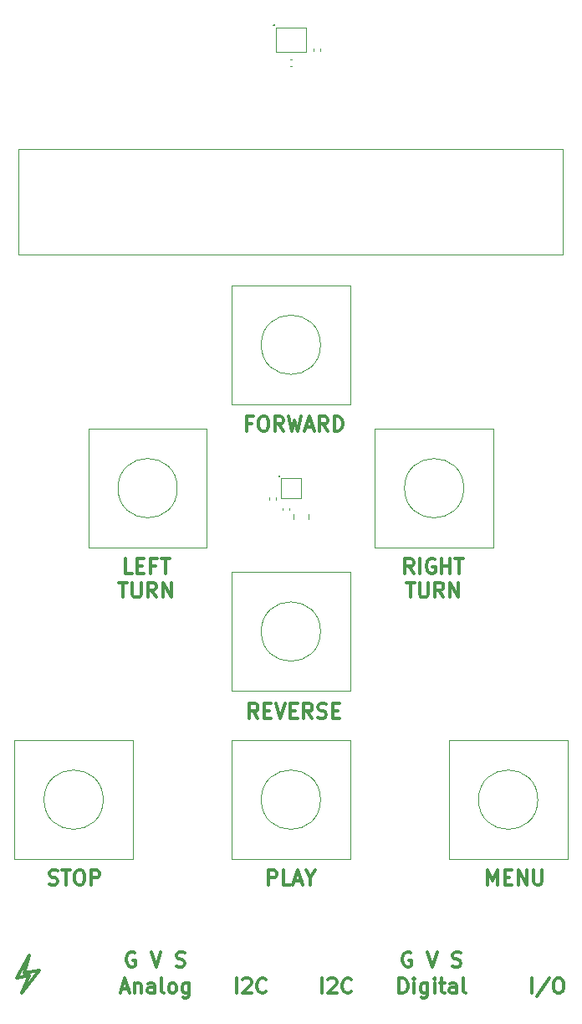
<source format=gbr>
%TF.GenerationSoftware,KiCad,Pcbnew,9.0.3*%
%TF.CreationDate,2025-08-22T11:29:55-04:00*%
%TF.ProjectId,roversa2,726f7665-7273-4613-922e-6b696361645f,rev?*%
%TF.SameCoordinates,Original*%
%TF.FileFunction,Legend,Top*%
%TF.FilePolarity,Positive*%
%FSLAX46Y46*%
G04 Gerber Fmt 4.6, Leading zero omitted, Abs format (unit mm)*
G04 Created by KiCad (PCBNEW 9.0.3) date 2025-08-22 11:29:55*
%MOMM*%
%LPD*%
G01*
G04 APERTURE LIST*
%ADD10C,0.300000*%
%ADD11C,0.150000*%
%ADD12C,0.100000*%
%ADD13C,0.120000*%
G04 APERTURE END LIST*
D10*
X74422000Y-145796000D02*
X72898000Y-146050000D01*
X73406000Y-144272000D02*
X72136000Y-146558000D01*
X72644000Y-148082000D02*
X74422000Y-145796000D01*
D11*
X98231000Y-50215800D02*
G75*
G02*
X98111000Y-50215800I-60000J0D01*
G01*
X98111000Y-50215800D02*
G75*
G02*
X98231000Y-50215800I60000J0D01*
G01*
D10*
X72898000Y-146050000D02*
X73406000Y-144272000D01*
D11*
X98739000Y-95834200D02*
G75*
G02*
X98619000Y-95834200I-60000J0D01*
G01*
X98619000Y-95834200D02*
G75*
G02*
X98739000Y-95834200I60000J0D01*
G01*
D10*
X73406000Y-146304000D02*
X72644000Y-148082000D01*
X72136000Y-146558000D02*
X73406000Y-146304000D01*
X94367510Y-148088828D02*
X94367510Y-146588828D01*
X95010368Y-146731685D02*
X95081796Y-146660257D01*
X95081796Y-146660257D02*
X95224654Y-146588828D01*
X95224654Y-146588828D02*
X95581796Y-146588828D01*
X95581796Y-146588828D02*
X95724654Y-146660257D01*
X95724654Y-146660257D02*
X95796082Y-146731685D01*
X95796082Y-146731685D02*
X95867511Y-146874542D01*
X95867511Y-146874542D02*
X95867511Y-147017400D01*
X95867511Y-147017400D02*
X95796082Y-147231685D01*
X95796082Y-147231685D02*
X94938939Y-148088828D01*
X94938939Y-148088828D02*
X95867511Y-148088828D01*
X97367510Y-147945971D02*
X97296082Y-148017400D01*
X97296082Y-148017400D02*
X97081796Y-148088828D01*
X97081796Y-148088828D02*
X96938939Y-148088828D01*
X96938939Y-148088828D02*
X96724653Y-148017400D01*
X96724653Y-148017400D02*
X96581796Y-147874542D01*
X96581796Y-147874542D02*
X96510367Y-147731685D01*
X96510367Y-147731685D02*
X96438939Y-147445971D01*
X96438939Y-147445971D02*
X96438939Y-147231685D01*
X96438939Y-147231685D02*
X96510367Y-146945971D01*
X96510367Y-146945971D02*
X96581796Y-146803114D01*
X96581796Y-146803114D02*
X96724653Y-146660257D01*
X96724653Y-146660257D02*
X96938939Y-146588828D01*
X96938939Y-146588828D02*
X97081796Y-146588828D01*
X97081796Y-146588828D02*
X97296082Y-146660257D01*
X97296082Y-146660257D02*
X97367510Y-146731685D01*
X112292999Y-105643912D02*
X111792999Y-104929626D01*
X111435856Y-105643912D02*
X111435856Y-104143912D01*
X111435856Y-104143912D02*
X112007285Y-104143912D01*
X112007285Y-104143912D02*
X112150142Y-104215341D01*
X112150142Y-104215341D02*
X112221571Y-104286769D01*
X112221571Y-104286769D02*
X112292999Y-104429626D01*
X112292999Y-104429626D02*
X112292999Y-104643912D01*
X112292999Y-104643912D02*
X112221571Y-104786769D01*
X112221571Y-104786769D02*
X112150142Y-104858198D01*
X112150142Y-104858198D02*
X112007285Y-104929626D01*
X112007285Y-104929626D02*
X111435856Y-104929626D01*
X112935856Y-105643912D02*
X112935856Y-104143912D01*
X114435857Y-104215341D02*
X114293000Y-104143912D01*
X114293000Y-104143912D02*
X114078714Y-104143912D01*
X114078714Y-104143912D02*
X113864428Y-104215341D01*
X113864428Y-104215341D02*
X113721571Y-104358198D01*
X113721571Y-104358198D02*
X113650142Y-104501055D01*
X113650142Y-104501055D02*
X113578714Y-104786769D01*
X113578714Y-104786769D02*
X113578714Y-105001055D01*
X113578714Y-105001055D02*
X113650142Y-105286769D01*
X113650142Y-105286769D02*
X113721571Y-105429626D01*
X113721571Y-105429626D02*
X113864428Y-105572484D01*
X113864428Y-105572484D02*
X114078714Y-105643912D01*
X114078714Y-105643912D02*
X114221571Y-105643912D01*
X114221571Y-105643912D02*
X114435857Y-105572484D01*
X114435857Y-105572484D02*
X114507285Y-105501055D01*
X114507285Y-105501055D02*
X114507285Y-105001055D01*
X114507285Y-105001055D02*
X114221571Y-105001055D01*
X115150142Y-105643912D02*
X115150142Y-104143912D01*
X115150142Y-104858198D02*
X116007285Y-104858198D01*
X116007285Y-105643912D02*
X116007285Y-104143912D01*
X116507286Y-104143912D02*
X117364429Y-104143912D01*
X116935857Y-105643912D02*
X116935857Y-104143912D01*
X111543000Y-106558828D02*
X112400143Y-106558828D01*
X111971571Y-108058828D02*
X111971571Y-106558828D01*
X112900142Y-106558828D02*
X112900142Y-107773114D01*
X112900142Y-107773114D02*
X112971571Y-107915971D01*
X112971571Y-107915971D02*
X113043000Y-107987400D01*
X113043000Y-107987400D02*
X113185857Y-108058828D01*
X113185857Y-108058828D02*
X113471571Y-108058828D01*
X113471571Y-108058828D02*
X113614428Y-107987400D01*
X113614428Y-107987400D02*
X113685857Y-107915971D01*
X113685857Y-107915971D02*
X113757285Y-107773114D01*
X113757285Y-107773114D02*
X113757285Y-106558828D01*
X115328714Y-108058828D02*
X114828714Y-107344542D01*
X114471571Y-108058828D02*
X114471571Y-106558828D01*
X114471571Y-106558828D02*
X115043000Y-106558828D01*
X115043000Y-106558828D02*
X115185857Y-106630257D01*
X115185857Y-106630257D02*
X115257286Y-106701685D01*
X115257286Y-106701685D02*
X115328714Y-106844542D01*
X115328714Y-106844542D02*
X115328714Y-107058828D01*
X115328714Y-107058828D02*
X115257286Y-107201685D01*
X115257286Y-107201685D02*
X115185857Y-107273114D01*
X115185857Y-107273114D02*
X115043000Y-107344542D01*
X115043000Y-107344542D02*
X114471571Y-107344542D01*
X115971571Y-108058828D02*
X115971571Y-106558828D01*
X115971571Y-106558828D02*
X116828714Y-108058828D01*
X116828714Y-108058828D02*
X116828714Y-106558828D01*
X96534653Y-120290828D02*
X96034653Y-119576542D01*
X95677510Y-120290828D02*
X95677510Y-118790828D01*
X95677510Y-118790828D02*
X96248939Y-118790828D01*
X96248939Y-118790828D02*
X96391796Y-118862257D01*
X96391796Y-118862257D02*
X96463225Y-118933685D01*
X96463225Y-118933685D02*
X96534653Y-119076542D01*
X96534653Y-119076542D02*
X96534653Y-119290828D01*
X96534653Y-119290828D02*
X96463225Y-119433685D01*
X96463225Y-119433685D02*
X96391796Y-119505114D01*
X96391796Y-119505114D02*
X96248939Y-119576542D01*
X96248939Y-119576542D02*
X95677510Y-119576542D01*
X97177510Y-119505114D02*
X97677510Y-119505114D01*
X97891796Y-120290828D02*
X97177510Y-120290828D01*
X97177510Y-120290828D02*
X97177510Y-118790828D01*
X97177510Y-118790828D02*
X97891796Y-118790828D01*
X98320368Y-118790828D02*
X98820368Y-120290828D01*
X98820368Y-120290828D02*
X99320368Y-118790828D01*
X99820367Y-119505114D02*
X100320367Y-119505114D01*
X100534653Y-120290828D02*
X99820367Y-120290828D01*
X99820367Y-120290828D02*
X99820367Y-118790828D01*
X99820367Y-118790828D02*
X100534653Y-118790828D01*
X102034653Y-120290828D02*
X101534653Y-119576542D01*
X101177510Y-120290828D02*
X101177510Y-118790828D01*
X101177510Y-118790828D02*
X101748939Y-118790828D01*
X101748939Y-118790828D02*
X101891796Y-118862257D01*
X101891796Y-118862257D02*
X101963225Y-118933685D01*
X101963225Y-118933685D02*
X102034653Y-119076542D01*
X102034653Y-119076542D02*
X102034653Y-119290828D01*
X102034653Y-119290828D02*
X101963225Y-119433685D01*
X101963225Y-119433685D02*
X101891796Y-119505114D01*
X101891796Y-119505114D02*
X101748939Y-119576542D01*
X101748939Y-119576542D02*
X101177510Y-119576542D01*
X102606082Y-120219400D02*
X102820368Y-120290828D01*
X102820368Y-120290828D02*
X103177510Y-120290828D01*
X103177510Y-120290828D02*
X103320368Y-120219400D01*
X103320368Y-120219400D02*
X103391796Y-120147971D01*
X103391796Y-120147971D02*
X103463225Y-120005114D01*
X103463225Y-120005114D02*
X103463225Y-119862257D01*
X103463225Y-119862257D02*
X103391796Y-119719400D01*
X103391796Y-119719400D02*
X103320368Y-119647971D01*
X103320368Y-119647971D02*
X103177510Y-119576542D01*
X103177510Y-119576542D02*
X102891796Y-119505114D01*
X102891796Y-119505114D02*
X102748939Y-119433685D01*
X102748939Y-119433685D02*
X102677510Y-119362257D01*
X102677510Y-119362257D02*
X102606082Y-119219400D01*
X102606082Y-119219400D02*
X102606082Y-119076542D01*
X102606082Y-119076542D02*
X102677510Y-118933685D01*
X102677510Y-118933685D02*
X102748939Y-118862257D01*
X102748939Y-118862257D02*
X102891796Y-118790828D01*
X102891796Y-118790828D02*
X103248939Y-118790828D01*
X103248939Y-118790828D02*
X103463225Y-118862257D01*
X104106081Y-119505114D02*
X104606081Y-119505114D01*
X104820367Y-120290828D02*
X104106081Y-120290828D01*
X104106081Y-120290828D02*
X104106081Y-118790828D01*
X104106081Y-118790828D02*
X104820367Y-118790828D01*
X110844652Y-148088828D02*
X110844652Y-146588828D01*
X110844652Y-146588828D02*
X111201795Y-146588828D01*
X111201795Y-146588828D02*
X111416081Y-146660257D01*
X111416081Y-146660257D02*
X111558938Y-146803114D01*
X111558938Y-146803114D02*
X111630367Y-146945971D01*
X111630367Y-146945971D02*
X111701795Y-147231685D01*
X111701795Y-147231685D02*
X111701795Y-147445971D01*
X111701795Y-147445971D02*
X111630367Y-147731685D01*
X111630367Y-147731685D02*
X111558938Y-147874542D01*
X111558938Y-147874542D02*
X111416081Y-148017400D01*
X111416081Y-148017400D02*
X111201795Y-148088828D01*
X111201795Y-148088828D02*
X110844652Y-148088828D01*
X112344652Y-148088828D02*
X112344652Y-147088828D01*
X112344652Y-146588828D02*
X112273224Y-146660257D01*
X112273224Y-146660257D02*
X112344652Y-146731685D01*
X112344652Y-146731685D02*
X112416081Y-146660257D01*
X112416081Y-146660257D02*
X112344652Y-146588828D01*
X112344652Y-146588828D02*
X112344652Y-146731685D01*
X113701796Y-147088828D02*
X113701796Y-148303114D01*
X113701796Y-148303114D02*
X113630367Y-148445971D01*
X113630367Y-148445971D02*
X113558938Y-148517400D01*
X113558938Y-148517400D02*
X113416081Y-148588828D01*
X113416081Y-148588828D02*
X113201796Y-148588828D01*
X113201796Y-148588828D02*
X113058938Y-148517400D01*
X113701796Y-148017400D02*
X113558938Y-148088828D01*
X113558938Y-148088828D02*
X113273224Y-148088828D01*
X113273224Y-148088828D02*
X113130367Y-148017400D01*
X113130367Y-148017400D02*
X113058938Y-147945971D01*
X113058938Y-147945971D02*
X112987510Y-147803114D01*
X112987510Y-147803114D02*
X112987510Y-147374542D01*
X112987510Y-147374542D02*
X113058938Y-147231685D01*
X113058938Y-147231685D02*
X113130367Y-147160257D01*
X113130367Y-147160257D02*
X113273224Y-147088828D01*
X113273224Y-147088828D02*
X113558938Y-147088828D01*
X113558938Y-147088828D02*
X113701796Y-147160257D01*
X114416081Y-148088828D02*
X114416081Y-147088828D01*
X114416081Y-146588828D02*
X114344653Y-146660257D01*
X114344653Y-146660257D02*
X114416081Y-146731685D01*
X114416081Y-146731685D02*
X114487510Y-146660257D01*
X114487510Y-146660257D02*
X114416081Y-146588828D01*
X114416081Y-146588828D02*
X114416081Y-146731685D01*
X114916082Y-147088828D02*
X115487510Y-147088828D01*
X115130367Y-146588828D02*
X115130367Y-147874542D01*
X115130367Y-147874542D02*
X115201796Y-148017400D01*
X115201796Y-148017400D02*
X115344653Y-148088828D01*
X115344653Y-148088828D02*
X115487510Y-148088828D01*
X116630368Y-148088828D02*
X116630368Y-147303114D01*
X116630368Y-147303114D02*
X116558939Y-147160257D01*
X116558939Y-147160257D02*
X116416082Y-147088828D01*
X116416082Y-147088828D02*
X116130368Y-147088828D01*
X116130368Y-147088828D02*
X115987510Y-147160257D01*
X116630368Y-148017400D02*
X116487510Y-148088828D01*
X116487510Y-148088828D02*
X116130368Y-148088828D01*
X116130368Y-148088828D02*
X115987510Y-148017400D01*
X115987510Y-148017400D02*
X115916082Y-147874542D01*
X115916082Y-147874542D02*
X115916082Y-147731685D01*
X115916082Y-147731685D02*
X115987510Y-147588828D01*
X115987510Y-147588828D02*
X116130368Y-147517400D01*
X116130368Y-147517400D02*
X116487510Y-147517400D01*
X116487510Y-147517400D02*
X116630368Y-147445971D01*
X117558939Y-148088828D02*
X117416082Y-148017400D01*
X117416082Y-148017400D02*
X117344653Y-147874542D01*
X117344653Y-147874542D02*
X117344653Y-146588828D01*
X95891796Y-90469114D02*
X95391796Y-90469114D01*
X95391796Y-91254828D02*
X95391796Y-89754828D01*
X95391796Y-89754828D02*
X96106082Y-89754828D01*
X96963225Y-89754828D02*
X97248939Y-89754828D01*
X97248939Y-89754828D02*
X97391796Y-89826257D01*
X97391796Y-89826257D02*
X97534653Y-89969114D01*
X97534653Y-89969114D02*
X97606082Y-90254828D01*
X97606082Y-90254828D02*
X97606082Y-90754828D01*
X97606082Y-90754828D02*
X97534653Y-91040542D01*
X97534653Y-91040542D02*
X97391796Y-91183400D01*
X97391796Y-91183400D02*
X97248939Y-91254828D01*
X97248939Y-91254828D02*
X96963225Y-91254828D01*
X96963225Y-91254828D02*
X96820368Y-91183400D01*
X96820368Y-91183400D02*
X96677510Y-91040542D01*
X96677510Y-91040542D02*
X96606082Y-90754828D01*
X96606082Y-90754828D02*
X96606082Y-90254828D01*
X96606082Y-90254828D02*
X96677510Y-89969114D01*
X96677510Y-89969114D02*
X96820368Y-89826257D01*
X96820368Y-89826257D02*
X96963225Y-89754828D01*
X99106082Y-91254828D02*
X98606082Y-90540542D01*
X98248939Y-91254828D02*
X98248939Y-89754828D01*
X98248939Y-89754828D02*
X98820368Y-89754828D01*
X98820368Y-89754828D02*
X98963225Y-89826257D01*
X98963225Y-89826257D02*
X99034654Y-89897685D01*
X99034654Y-89897685D02*
X99106082Y-90040542D01*
X99106082Y-90040542D02*
X99106082Y-90254828D01*
X99106082Y-90254828D02*
X99034654Y-90397685D01*
X99034654Y-90397685D02*
X98963225Y-90469114D01*
X98963225Y-90469114D02*
X98820368Y-90540542D01*
X98820368Y-90540542D02*
X98248939Y-90540542D01*
X99606082Y-89754828D02*
X99963225Y-91254828D01*
X99963225Y-91254828D02*
X100248939Y-90183400D01*
X100248939Y-90183400D02*
X100534654Y-91254828D01*
X100534654Y-91254828D02*
X100891797Y-89754828D01*
X101391797Y-90826257D02*
X102106083Y-90826257D01*
X101248940Y-91254828D02*
X101748940Y-89754828D01*
X101748940Y-89754828D02*
X102248940Y-91254828D01*
X103606082Y-91254828D02*
X103106082Y-90540542D01*
X102748939Y-91254828D02*
X102748939Y-89754828D01*
X102748939Y-89754828D02*
X103320368Y-89754828D01*
X103320368Y-89754828D02*
X103463225Y-89826257D01*
X103463225Y-89826257D02*
X103534654Y-89897685D01*
X103534654Y-89897685D02*
X103606082Y-90040542D01*
X103606082Y-90040542D02*
X103606082Y-90254828D01*
X103606082Y-90254828D02*
X103534654Y-90397685D01*
X103534654Y-90397685D02*
X103463225Y-90469114D01*
X103463225Y-90469114D02*
X103320368Y-90540542D01*
X103320368Y-90540542D02*
X102748939Y-90540542D01*
X104248939Y-91254828D02*
X104248939Y-89754828D01*
X104248939Y-89754828D02*
X104606082Y-89754828D01*
X104606082Y-89754828D02*
X104820368Y-89826257D01*
X104820368Y-89826257D02*
X104963225Y-89969114D01*
X104963225Y-89969114D02*
X105034654Y-90111971D01*
X105034654Y-90111971D02*
X105106082Y-90397685D01*
X105106082Y-90397685D02*
X105106082Y-90611971D01*
X105106082Y-90611971D02*
X105034654Y-90897685D01*
X105034654Y-90897685D02*
X104963225Y-91040542D01*
X104963225Y-91040542D02*
X104820368Y-91183400D01*
X104820368Y-91183400D02*
X104606082Y-91254828D01*
X104606082Y-91254828D02*
X104248939Y-91254828D01*
X75413082Y-137063400D02*
X75627368Y-137134828D01*
X75627368Y-137134828D02*
X75984510Y-137134828D01*
X75984510Y-137134828D02*
X76127368Y-137063400D01*
X76127368Y-137063400D02*
X76198796Y-136991971D01*
X76198796Y-136991971D02*
X76270225Y-136849114D01*
X76270225Y-136849114D02*
X76270225Y-136706257D01*
X76270225Y-136706257D02*
X76198796Y-136563400D01*
X76198796Y-136563400D02*
X76127368Y-136491971D01*
X76127368Y-136491971D02*
X75984510Y-136420542D01*
X75984510Y-136420542D02*
X75698796Y-136349114D01*
X75698796Y-136349114D02*
X75555939Y-136277685D01*
X75555939Y-136277685D02*
X75484510Y-136206257D01*
X75484510Y-136206257D02*
X75413082Y-136063400D01*
X75413082Y-136063400D02*
X75413082Y-135920542D01*
X75413082Y-135920542D02*
X75484510Y-135777685D01*
X75484510Y-135777685D02*
X75555939Y-135706257D01*
X75555939Y-135706257D02*
X75698796Y-135634828D01*
X75698796Y-135634828D02*
X76055939Y-135634828D01*
X76055939Y-135634828D02*
X76270225Y-135706257D01*
X76698796Y-135634828D02*
X77555939Y-135634828D01*
X77127367Y-137134828D02*
X77127367Y-135634828D01*
X78341653Y-135634828D02*
X78627367Y-135634828D01*
X78627367Y-135634828D02*
X78770224Y-135706257D01*
X78770224Y-135706257D02*
X78913081Y-135849114D01*
X78913081Y-135849114D02*
X78984510Y-136134828D01*
X78984510Y-136134828D02*
X78984510Y-136634828D01*
X78984510Y-136634828D02*
X78913081Y-136920542D01*
X78913081Y-136920542D02*
X78770224Y-137063400D01*
X78770224Y-137063400D02*
X78627367Y-137134828D01*
X78627367Y-137134828D02*
X78341653Y-137134828D01*
X78341653Y-137134828D02*
X78198796Y-137063400D01*
X78198796Y-137063400D02*
X78055938Y-136920542D01*
X78055938Y-136920542D02*
X77984510Y-136634828D01*
X77984510Y-136634828D02*
X77984510Y-136134828D01*
X77984510Y-136134828D02*
X78055938Y-135849114D01*
X78055938Y-135849114D02*
X78198796Y-135706257D01*
X78198796Y-135706257D02*
X78341653Y-135634828D01*
X79627367Y-137134828D02*
X79627367Y-135634828D01*
X79627367Y-135634828D02*
X80198796Y-135634828D01*
X80198796Y-135634828D02*
X80341653Y-135706257D01*
X80341653Y-135706257D02*
X80413082Y-135777685D01*
X80413082Y-135777685D02*
X80484510Y-135920542D01*
X80484510Y-135920542D02*
X80484510Y-136134828D01*
X80484510Y-136134828D02*
X80413082Y-136277685D01*
X80413082Y-136277685D02*
X80341653Y-136349114D01*
X80341653Y-136349114D02*
X80198796Y-136420542D01*
X80198796Y-136420542D02*
X79627367Y-136420542D01*
X103003510Y-148088828D02*
X103003510Y-146588828D01*
X103646368Y-146731685D02*
X103717796Y-146660257D01*
X103717796Y-146660257D02*
X103860654Y-146588828D01*
X103860654Y-146588828D02*
X104217796Y-146588828D01*
X104217796Y-146588828D02*
X104360654Y-146660257D01*
X104360654Y-146660257D02*
X104432082Y-146731685D01*
X104432082Y-146731685D02*
X104503511Y-146874542D01*
X104503511Y-146874542D02*
X104503511Y-147017400D01*
X104503511Y-147017400D02*
X104432082Y-147231685D01*
X104432082Y-147231685D02*
X103574939Y-148088828D01*
X103574939Y-148088828D02*
X104503511Y-148088828D01*
X106003510Y-147945971D02*
X105932082Y-148017400D01*
X105932082Y-148017400D02*
X105717796Y-148088828D01*
X105717796Y-148088828D02*
X105574939Y-148088828D01*
X105574939Y-148088828D02*
X105360653Y-148017400D01*
X105360653Y-148017400D02*
X105217796Y-147874542D01*
X105217796Y-147874542D02*
X105146367Y-147731685D01*
X105146367Y-147731685D02*
X105074939Y-147445971D01*
X105074939Y-147445971D02*
X105074939Y-147231685D01*
X105074939Y-147231685D02*
X105146367Y-146945971D01*
X105146367Y-146945971D02*
X105217796Y-146803114D01*
X105217796Y-146803114D02*
X105360653Y-146660257D01*
X105360653Y-146660257D02*
X105574939Y-146588828D01*
X105574939Y-146588828D02*
X105717796Y-146588828D01*
X105717796Y-146588828D02*
X105932082Y-146660257D01*
X105932082Y-146660257D02*
X106003510Y-146731685D01*
X83795428Y-105643912D02*
X83081142Y-105643912D01*
X83081142Y-105643912D02*
X83081142Y-104143912D01*
X84295428Y-104858198D02*
X84795428Y-104858198D01*
X85009714Y-105643912D02*
X84295428Y-105643912D01*
X84295428Y-105643912D02*
X84295428Y-104143912D01*
X84295428Y-104143912D02*
X85009714Y-104143912D01*
X86152571Y-104858198D02*
X85652571Y-104858198D01*
X85652571Y-105643912D02*
X85652571Y-104143912D01*
X85652571Y-104143912D02*
X86366857Y-104143912D01*
X86724000Y-104143912D02*
X87581143Y-104143912D01*
X87152571Y-105643912D02*
X87152571Y-104143912D01*
X82474000Y-106558828D02*
X83331143Y-106558828D01*
X82902571Y-108058828D02*
X82902571Y-106558828D01*
X83831142Y-106558828D02*
X83831142Y-107773114D01*
X83831142Y-107773114D02*
X83902571Y-107915971D01*
X83902571Y-107915971D02*
X83974000Y-107987400D01*
X83974000Y-107987400D02*
X84116857Y-108058828D01*
X84116857Y-108058828D02*
X84402571Y-108058828D01*
X84402571Y-108058828D02*
X84545428Y-107987400D01*
X84545428Y-107987400D02*
X84616857Y-107915971D01*
X84616857Y-107915971D02*
X84688285Y-107773114D01*
X84688285Y-107773114D02*
X84688285Y-106558828D01*
X86259714Y-108058828D02*
X85759714Y-107344542D01*
X85402571Y-108058828D02*
X85402571Y-106558828D01*
X85402571Y-106558828D02*
X85974000Y-106558828D01*
X85974000Y-106558828D02*
X86116857Y-106630257D01*
X86116857Y-106630257D02*
X86188286Y-106701685D01*
X86188286Y-106701685D02*
X86259714Y-106844542D01*
X86259714Y-106844542D02*
X86259714Y-107058828D01*
X86259714Y-107058828D02*
X86188286Y-107201685D01*
X86188286Y-107201685D02*
X86116857Y-107273114D01*
X86116857Y-107273114D02*
X85974000Y-107344542D01*
X85974000Y-107344542D02*
X85402571Y-107344542D01*
X86902571Y-108058828D02*
X86902571Y-106558828D01*
X86902571Y-106558828D02*
X87759714Y-108058828D01*
X87759714Y-108058828D02*
X87759714Y-106558828D01*
X84071225Y-143993257D02*
X83928368Y-143921828D01*
X83928368Y-143921828D02*
X83714082Y-143921828D01*
X83714082Y-143921828D02*
X83499796Y-143993257D01*
X83499796Y-143993257D02*
X83356939Y-144136114D01*
X83356939Y-144136114D02*
X83285510Y-144278971D01*
X83285510Y-144278971D02*
X83214082Y-144564685D01*
X83214082Y-144564685D02*
X83214082Y-144778971D01*
X83214082Y-144778971D02*
X83285510Y-145064685D01*
X83285510Y-145064685D02*
X83356939Y-145207542D01*
X83356939Y-145207542D02*
X83499796Y-145350400D01*
X83499796Y-145350400D02*
X83714082Y-145421828D01*
X83714082Y-145421828D02*
X83856939Y-145421828D01*
X83856939Y-145421828D02*
X84071225Y-145350400D01*
X84071225Y-145350400D02*
X84142653Y-145278971D01*
X84142653Y-145278971D02*
X84142653Y-144778971D01*
X84142653Y-144778971D02*
X83856939Y-144778971D01*
X85714082Y-143921828D02*
X86214082Y-145421828D01*
X86214082Y-145421828D02*
X86714082Y-143921828D01*
X88285510Y-145350400D02*
X88499796Y-145421828D01*
X88499796Y-145421828D02*
X88856938Y-145421828D01*
X88856938Y-145421828D02*
X88999796Y-145350400D01*
X88999796Y-145350400D02*
X89071224Y-145278971D01*
X89071224Y-145278971D02*
X89142653Y-145136114D01*
X89142653Y-145136114D02*
X89142653Y-144993257D01*
X89142653Y-144993257D02*
X89071224Y-144850400D01*
X89071224Y-144850400D02*
X88999796Y-144778971D01*
X88999796Y-144778971D02*
X88856938Y-144707542D01*
X88856938Y-144707542D02*
X88571224Y-144636114D01*
X88571224Y-144636114D02*
X88428367Y-144564685D01*
X88428367Y-144564685D02*
X88356938Y-144493257D01*
X88356938Y-144493257D02*
X88285510Y-144350400D01*
X88285510Y-144350400D02*
X88285510Y-144207542D01*
X88285510Y-144207542D02*
X88356938Y-144064685D01*
X88356938Y-144064685D02*
X88428367Y-143993257D01*
X88428367Y-143993257D02*
X88571224Y-143921828D01*
X88571224Y-143921828D02*
X88928367Y-143921828D01*
X88928367Y-143921828D02*
X89142653Y-143993257D01*
X112023225Y-143993257D02*
X111880368Y-143921828D01*
X111880368Y-143921828D02*
X111666082Y-143921828D01*
X111666082Y-143921828D02*
X111451796Y-143993257D01*
X111451796Y-143993257D02*
X111308939Y-144136114D01*
X111308939Y-144136114D02*
X111237510Y-144278971D01*
X111237510Y-144278971D02*
X111166082Y-144564685D01*
X111166082Y-144564685D02*
X111166082Y-144778971D01*
X111166082Y-144778971D02*
X111237510Y-145064685D01*
X111237510Y-145064685D02*
X111308939Y-145207542D01*
X111308939Y-145207542D02*
X111451796Y-145350400D01*
X111451796Y-145350400D02*
X111666082Y-145421828D01*
X111666082Y-145421828D02*
X111808939Y-145421828D01*
X111808939Y-145421828D02*
X112023225Y-145350400D01*
X112023225Y-145350400D02*
X112094653Y-145278971D01*
X112094653Y-145278971D02*
X112094653Y-144778971D01*
X112094653Y-144778971D02*
X111808939Y-144778971D01*
X113666082Y-143921828D02*
X114166082Y-145421828D01*
X114166082Y-145421828D02*
X114666082Y-143921828D01*
X116237510Y-145350400D02*
X116451796Y-145421828D01*
X116451796Y-145421828D02*
X116808938Y-145421828D01*
X116808938Y-145421828D02*
X116951796Y-145350400D01*
X116951796Y-145350400D02*
X117023224Y-145278971D01*
X117023224Y-145278971D02*
X117094653Y-145136114D01*
X117094653Y-145136114D02*
X117094653Y-144993257D01*
X117094653Y-144993257D02*
X117023224Y-144850400D01*
X117023224Y-144850400D02*
X116951796Y-144778971D01*
X116951796Y-144778971D02*
X116808938Y-144707542D01*
X116808938Y-144707542D02*
X116523224Y-144636114D01*
X116523224Y-144636114D02*
X116380367Y-144564685D01*
X116380367Y-144564685D02*
X116308938Y-144493257D01*
X116308938Y-144493257D02*
X116237510Y-144350400D01*
X116237510Y-144350400D02*
X116237510Y-144207542D01*
X116237510Y-144207542D02*
X116308938Y-144064685D01*
X116308938Y-144064685D02*
X116380367Y-143993257D01*
X116380367Y-143993257D02*
X116523224Y-143921828D01*
X116523224Y-143921828D02*
X116880367Y-143921828D01*
X116880367Y-143921828D02*
X117094653Y-143993257D01*
X124252510Y-148088828D02*
X124252510Y-146588828D01*
X126038225Y-146517400D02*
X124752511Y-148445971D01*
X126823940Y-146588828D02*
X127109654Y-146588828D01*
X127109654Y-146588828D02*
X127252511Y-146660257D01*
X127252511Y-146660257D02*
X127395368Y-146803114D01*
X127395368Y-146803114D02*
X127466797Y-147088828D01*
X127466797Y-147088828D02*
X127466797Y-147588828D01*
X127466797Y-147588828D02*
X127395368Y-147874542D01*
X127395368Y-147874542D02*
X127252511Y-148017400D01*
X127252511Y-148017400D02*
X127109654Y-148088828D01*
X127109654Y-148088828D02*
X126823940Y-148088828D01*
X126823940Y-148088828D02*
X126681083Y-148017400D01*
X126681083Y-148017400D02*
X126538225Y-147874542D01*
X126538225Y-147874542D02*
X126466797Y-147588828D01*
X126466797Y-147588828D02*
X126466797Y-147088828D01*
X126466797Y-147088828D02*
X126538225Y-146803114D01*
X126538225Y-146803114D02*
X126681083Y-146660257D01*
X126681083Y-146660257D02*
X126823940Y-146588828D01*
X97587085Y-137134828D02*
X97587085Y-135634828D01*
X97587085Y-135634828D02*
X98158514Y-135634828D01*
X98158514Y-135634828D02*
X98301371Y-135706257D01*
X98301371Y-135706257D02*
X98372800Y-135777685D01*
X98372800Y-135777685D02*
X98444228Y-135920542D01*
X98444228Y-135920542D02*
X98444228Y-136134828D01*
X98444228Y-136134828D02*
X98372800Y-136277685D01*
X98372800Y-136277685D02*
X98301371Y-136349114D01*
X98301371Y-136349114D02*
X98158514Y-136420542D01*
X98158514Y-136420542D02*
X97587085Y-136420542D01*
X99801371Y-137134828D02*
X99087085Y-137134828D01*
X99087085Y-137134828D02*
X99087085Y-135634828D01*
X100229943Y-136706257D02*
X100944229Y-136706257D01*
X100087086Y-137134828D02*
X100587086Y-135634828D01*
X100587086Y-135634828D02*
X101087086Y-137134828D01*
X101872800Y-136420542D02*
X101872800Y-137134828D01*
X101372800Y-135634828D02*
X101872800Y-136420542D01*
X101872800Y-136420542D02*
X102372800Y-135634828D01*
X119807510Y-137134828D02*
X119807510Y-135634828D01*
X119807510Y-135634828D02*
X120307510Y-136706257D01*
X120307510Y-136706257D02*
X120807510Y-135634828D01*
X120807510Y-135634828D02*
X120807510Y-137134828D01*
X121521796Y-136349114D02*
X122021796Y-136349114D01*
X122236082Y-137134828D02*
X121521796Y-137134828D01*
X121521796Y-137134828D02*
X121521796Y-135634828D01*
X121521796Y-135634828D02*
X122236082Y-135634828D01*
X122878939Y-137134828D02*
X122878939Y-135634828D01*
X122878939Y-135634828D02*
X123736082Y-137134828D01*
X123736082Y-137134828D02*
X123736082Y-135634828D01*
X124450368Y-135634828D02*
X124450368Y-136849114D01*
X124450368Y-136849114D02*
X124521797Y-136991971D01*
X124521797Y-136991971D02*
X124593226Y-137063400D01*
X124593226Y-137063400D02*
X124736083Y-137134828D01*
X124736083Y-137134828D02*
X125021797Y-137134828D01*
X125021797Y-137134828D02*
X125164654Y-137063400D01*
X125164654Y-137063400D02*
X125236083Y-136991971D01*
X125236083Y-136991971D02*
X125307511Y-136849114D01*
X125307511Y-136849114D02*
X125307511Y-135634828D01*
X82714081Y-147660257D02*
X83428367Y-147660257D01*
X82571224Y-148088828D02*
X83071224Y-146588828D01*
X83071224Y-146588828D02*
X83571224Y-148088828D01*
X84071223Y-147088828D02*
X84071223Y-148088828D01*
X84071223Y-147231685D02*
X84142652Y-147160257D01*
X84142652Y-147160257D02*
X84285509Y-147088828D01*
X84285509Y-147088828D02*
X84499795Y-147088828D01*
X84499795Y-147088828D02*
X84642652Y-147160257D01*
X84642652Y-147160257D02*
X84714081Y-147303114D01*
X84714081Y-147303114D02*
X84714081Y-148088828D01*
X86071224Y-148088828D02*
X86071224Y-147303114D01*
X86071224Y-147303114D02*
X85999795Y-147160257D01*
X85999795Y-147160257D02*
X85856938Y-147088828D01*
X85856938Y-147088828D02*
X85571224Y-147088828D01*
X85571224Y-147088828D02*
X85428366Y-147160257D01*
X86071224Y-148017400D02*
X85928366Y-148088828D01*
X85928366Y-148088828D02*
X85571224Y-148088828D01*
X85571224Y-148088828D02*
X85428366Y-148017400D01*
X85428366Y-148017400D02*
X85356938Y-147874542D01*
X85356938Y-147874542D02*
X85356938Y-147731685D01*
X85356938Y-147731685D02*
X85428366Y-147588828D01*
X85428366Y-147588828D02*
X85571224Y-147517400D01*
X85571224Y-147517400D02*
X85928366Y-147517400D01*
X85928366Y-147517400D02*
X86071224Y-147445971D01*
X86999795Y-148088828D02*
X86856938Y-148017400D01*
X86856938Y-148017400D02*
X86785509Y-147874542D01*
X86785509Y-147874542D02*
X86785509Y-146588828D01*
X87785509Y-148088828D02*
X87642652Y-148017400D01*
X87642652Y-148017400D02*
X87571223Y-147945971D01*
X87571223Y-147945971D02*
X87499795Y-147803114D01*
X87499795Y-147803114D02*
X87499795Y-147374542D01*
X87499795Y-147374542D02*
X87571223Y-147231685D01*
X87571223Y-147231685D02*
X87642652Y-147160257D01*
X87642652Y-147160257D02*
X87785509Y-147088828D01*
X87785509Y-147088828D02*
X87999795Y-147088828D01*
X87999795Y-147088828D02*
X88142652Y-147160257D01*
X88142652Y-147160257D02*
X88214081Y-147231685D01*
X88214081Y-147231685D02*
X88285509Y-147374542D01*
X88285509Y-147374542D02*
X88285509Y-147803114D01*
X88285509Y-147803114D02*
X88214081Y-147945971D01*
X88214081Y-147945971D02*
X88142652Y-148017400D01*
X88142652Y-148017400D02*
X87999795Y-148088828D01*
X87999795Y-148088828D02*
X87785509Y-148088828D01*
X89571224Y-147088828D02*
X89571224Y-148303114D01*
X89571224Y-148303114D02*
X89499795Y-148445971D01*
X89499795Y-148445971D02*
X89428366Y-148517400D01*
X89428366Y-148517400D02*
X89285509Y-148588828D01*
X89285509Y-148588828D02*
X89071224Y-148588828D01*
X89071224Y-148588828D02*
X88928366Y-148517400D01*
X89571224Y-148017400D02*
X89428366Y-148088828D01*
X89428366Y-148088828D02*
X89142652Y-148088828D01*
X89142652Y-148088828D02*
X88999795Y-148017400D01*
X88999795Y-148017400D02*
X88928366Y-147945971D01*
X88928366Y-147945971D02*
X88856938Y-147803114D01*
X88856938Y-147803114D02*
X88856938Y-147374542D01*
X88856938Y-147374542D02*
X88928366Y-147231685D01*
X88928366Y-147231685D02*
X88999795Y-147160257D01*
X88999795Y-147160257D02*
X89142652Y-147088828D01*
X89142652Y-147088828D02*
X89428366Y-147088828D01*
X89428366Y-147088828D02*
X89571224Y-147160257D01*
%TO.C,SW2*%
D12*
X93872800Y-122521900D02*
X105872800Y-122521900D01*
X105872800Y-134521900D01*
X93872800Y-134521900D01*
X93872800Y-122521900D01*
X102872800Y-128521900D02*
G75*
G02*
X96872800Y-128521900I-3000000J0D01*
G01*
X96872800Y-128521900D02*
G75*
G02*
X102872800Y-128521900I3000000J0D01*
G01*
D13*
%TO.C,C6*%
X100179200Y-99636948D02*
X100179200Y-100159452D01*
X101649200Y-99636948D02*
X101649200Y-100159452D01*
%TO.C,C5*%
X97640000Y-98199336D02*
X97640000Y-97983664D01*
X98360000Y-98199336D02*
X98360000Y-97983664D01*
%TO.C,EC1*%
D12*
X72313800Y-62718900D02*
X127431800Y-62718900D01*
X127431800Y-73386900D01*
X72313800Y-73386900D01*
X72313800Y-62718900D01*
D13*
%TO.C,C8*%
X102140000Y-52580064D02*
X102140000Y-52795736D01*
X102860000Y-52580064D02*
X102860000Y-52795736D01*
%TO.C,SW3*%
D12*
X115872800Y-122521900D02*
X127872800Y-122521900D01*
X127872800Y-134521900D01*
X115872800Y-134521900D01*
X115872800Y-122521900D01*
X124872800Y-128521900D02*
G75*
G02*
X118872800Y-128521900I-3000000J0D01*
G01*
X118872800Y-128521900D02*
G75*
G02*
X124872800Y-128521900I3000000J0D01*
G01*
%TO.C,SW8*%
X79372800Y-91021900D02*
X91372800Y-91021900D01*
X91372800Y-103021900D01*
X79372800Y-103021900D01*
X79372800Y-91021900D01*
X88372800Y-97021900D02*
G75*
G02*
X82372800Y-97021900I-3000000J0D01*
G01*
X82372800Y-97021900D02*
G75*
G02*
X88372800Y-97021900I3000000J0D01*
G01*
D13*
%TO.C,C9*%
X99764964Y-53640000D02*
X99980636Y-53640000D01*
X99764964Y-54360000D02*
X99980636Y-54360000D01*
%TO.C,SW7*%
D12*
X108372800Y-91021900D02*
X120372800Y-91021900D01*
X120372800Y-103021900D01*
X108372800Y-103021900D01*
X108372800Y-91021900D01*
X117372800Y-97021900D02*
G75*
G02*
X111372800Y-97021900I-3000000J0D01*
G01*
X111372800Y-97021900D02*
G75*
G02*
X117372800Y-97021900I3000000J0D01*
G01*
D13*
%TO.C,C7*%
X99030200Y-99028364D02*
X99030200Y-99244036D01*
X99750200Y-99028364D02*
X99750200Y-99244036D01*
%TO.C,SW6*%
D12*
X93872800Y-105521900D02*
X105872800Y-105521900D01*
X105872800Y-117521900D01*
X93872800Y-117521900D01*
X93872800Y-105521900D01*
X102872800Y-111521900D02*
G75*
G02*
X96872800Y-111521900I-3000000J0D01*
G01*
X96872800Y-111521900D02*
G75*
G02*
X102872800Y-111521900I3000000J0D01*
G01*
%TO.C,SW4*%
X71872800Y-122521900D02*
X83872800Y-122521900D01*
X83872800Y-134521900D01*
X71872800Y-134521900D01*
X71872800Y-122521900D01*
X80872800Y-128521900D02*
G75*
G02*
X74872800Y-128521900I-3000000J0D01*
G01*
X74872800Y-128521900D02*
G75*
G02*
X80872800Y-128521900I3000000J0D01*
G01*
%TO.C,SW5*%
X93872800Y-76521900D02*
X105872800Y-76521900D01*
X105872800Y-88521900D01*
X93872800Y-88521900D01*
X93872800Y-76521900D01*
X102872800Y-82521900D02*
G75*
G02*
X96872800Y-82521900I-3000000J0D01*
G01*
X96872800Y-82521900D02*
G75*
G02*
X102872800Y-82521900I3000000J0D01*
G01*
%TO.C,U4*%
X98372800Y-50421900D02*
X101372800Y-50421900D01*
X101372800Y-52921900D01*
X98372800Y-52921900D01*
X98372800Y-50421900D01*
%TO.C,U3*%
X98872800Y-96021900D02*
X100872800Y-96021900D01*
X100872800Y-98021900D01*
X98872800Y-98021900D01*
X98872800Y-96021900D01*
%TD*%
M02*

</source>
